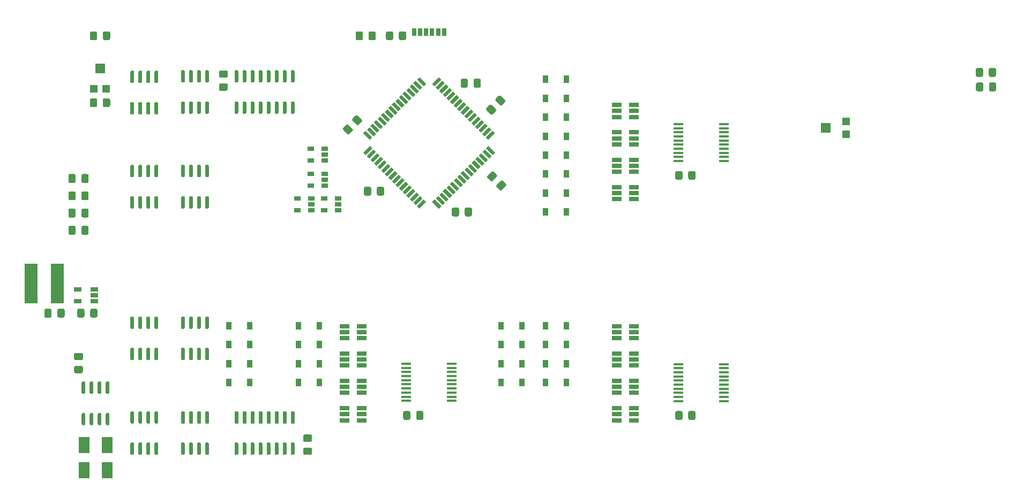
<source format=gbr>
G04 #@! TF.GenerationSoftware,KiCad,Pcbnew,(5.1.6-0-10_14)*
G04 #@! TF.CreationDate,2020-12-21T23:22:52-08:00*
G04 #@! TF.ProjectId,handheld,68616e64-6865-46c6-942e-6b696361645f,rev?*
G04 #@! TF.SameCoordinates,Original*
G04 #@! TF.FileFunction,Paste,Top*
G04 #@! TF.FilePolarity,Positive*
%FSLAX46Y46*%
G04 Gerber Fmt 4.6, Leading zero omitted, Abs format (unit mm)*
G04 Created by KiCad (PCBNEW (5.1.6-0-10_14)) date 2020-12-21 23:22:52*
%MOMM*%
%LPD*%
G01*
G04 APERTURE LIST*
%ADD10R,1.600000X0.370000*%
%ADD11R,1.060000X0.650000*%
%ADD12R,1.800000X2.500000*%
%ADD13R,1.500000X1.600000*%
%ADD14R,1.200000X1.200000*%
%ADD15R,1.600000X1.500000*%
%ADD16R,0.900000X1.200000*%
%ADD17R,0.640000X1.270000*%
%ADD18R,1.560000X0.650000*%
%ADD19R,1.220000X0.650000*%
%ADD20C,0.100000*%
%ADD21R,2.150000X6.300000*%
G04 APERTURE END LIST*
D10*
X148800000Y-123475000D03*
X148800000Y-122825000D03*
X148800000Y-122175000D03*
X148800000Y-121525000D03*
X148800000Y-120875000D03*
X148800000Y-120225000D03*
X148800000Y-119575000D03*
X148800000Y-118925000D03*
X148800000Y-118275000D03*
X148800000Y-117625000D03*
X156000000Y-117625000D03*
X156000000Y-118275000D03*
X156000000Y-118925000D03*
X156000000Y-119575000D03*
X156000000Y-120225000D03*
X156000000Y-120875000D03*
X156000000Y-121525000D03*
X156000000Y-122175000D03*
X156000000Y-122825000D03*
X156000000Y-123475000D03*
X191800000Y-85525000D03*
X191800000Y-84875000D03*
X191800000Y-84225000D03*
X191800000Y-83575000D03*
X191800000Y-82925000D03*
X191800000Y-82275000D03*
X191800000Y-81625000D03*
X191800000Y-80975000D03*
X191800000Y-80325000D03*
X191800000Y-79675000D03*
X199000000Y-79675000D03*
X199000000Y-80325000D03*
X199000000Y-80975000D03*
X199000000Y-81625000D03*
X199000000Y-82275000D03*
X199000000Y-82925000D03*
X199000000Y-83575000D03*
X199000000Y-84225000D03*
X199000000Y-84875000D03*
X199000000Y-85525000D03*
X191800000Y-123525000D03*
X191800000Y-122875000D03*
X191800000Y-122225000D03*
X191800000Y-121575000D03*
X191800000Y-120925000D03*
X191800000Y-120275000D03*
X191800000Y-119625000D03*
X191800000Y-118975000D03*
X191800000Y-118325000D03*
X191800000Y-117675000D03*
X199000000Y-117675000D03*
X199000000Y-118325000D03*
X199000000Y-118975000D03*
X199000000Y-119625000D03*
X199000000Y-120275000D03*
X199000000Y-120925000D03*
X199000000Y-121575000D03*
X199000000Y-122225000D03*
X199000000Y-122875000D03*
X199000000Y-123525000D03*
G36*
G01*
X100850000Y-66150001D02*
X100850000Y-65249999D01*
G75*
G02*
X101099999Y-65000000I249999J0D01*
G01*
X101750001Y-65000000D01*
G75*
G02*
X102000000Y-65249999I0J-249999D01*
G01*
X102000000Y-66150001D01*
G75*
G02*
X101750001Y-66400000I-249999J0D01*
G01*
X101099999Y-66400000D01*
G75*
G02*
X100850000Y-66150001I0J249999D01*
G01*
G37*
G36*
G01*
X98800000Y-66150001D02*
X98800000Y-65249999D01*
G75*
G02*
X99049999Y-65000000I249999J0D01*
G01*
X99700001Y-65000000D01*
G75*
G02*
X99950000Y-65249999I0J-249999D01*
G01*
X99950000Y-66150001D01*
G75*
G02*
X99700001Y-66400000I-249999J0D01*
G01*
X99049999Y-66400000D01*
G75*
G02*
X98800000Y-66150001I0J249999D01*
G01*
G37*
D11*
X131600000Y-93350000D03*
X131600000Y-91450000D03*
X133800000Y-91450000D03*
X133800000Y-92400000D03*
X133800000Y-93350000D03*
X133700000Y-89450000D03*
X133700000Y-87550000D03*
X135900000Y-87550000D03*
X135900000Y-88500000D03*
X135900000Y-89450000D03*
X133700000Y-85450000D03*
X133700000Y-83550000D03*
X135900000Y-83550000D03*
X135900000Y-84500000D03*
X135900000Y-85450000D03*
X135800000Y-93350000D03*
X135800000Y-91450000D03*
X138000000Y-91450000D03*
X138000000Y-92400000D03*
X138000000Y-93350000D03*
G36*
G01*
X96550000Y-93316665D02*
X96550000Y-94216667D01*
G75*
G02*
X96300001Y-94466666I-249999J0D01*
G01*
X95649999Y-94466666D01*
G75*
G02*
X95400000Y-94216667I0J249999D01*
G01*
X95400000Y-93316665D01*
G75*
G02*
X95649999Y-93066666I249999J0D01*
G01*
X96300001Y-93066666D01*
G75*
G02*
X96550000Y-93316665I0J-249999D01*
G01*
G37*
G36*
G01*
X98600000Y-93316665D02*
X98600000Y-94216667D01*
G75*
G02*
X98350001Y-94466666I-249999J0D01*
G01*
X97699999Y-94466666D01*
G75*
G02*
X97450000Y-94216667I0J249999D01*
G01*
X97450000Y-93316665D01*
G75*
G02*
X97699999Y-93066666I249999J0D01*
G01*
X98350001Y-93066666D01*
G75*
G02*
X98600000Y-93316665I0J-249999D01*
G01*
G37*
G36*
G01*
X97450000Y-91483334D02*
X97450000Y-90583332D01*
G75*
G02*
X97699999Y-90333333I249999J0D01*
G01*
X98350001Y-90333333D01*
G75*
G02*
X98600000Y-90583332I0J-249999D01*
G01*
X98600000Y-91483334D01*
G75*
G02*
X98350001Y-91733333I-249999J0D01*
G01*
X97699999Y-91733333D01*
G75*
G02*
X97450000Y-91483334I0J249999D01*
G01*
G37*
G36*
G01*
X95400000Y-91483334D02*
X95400000Y-90583332D01*
G75*
G02*
X95649999Y-90333333I249999J0D01*
G01*
X96300001Y-90333333D01*
G75*
G02*
X96550000Y-90583332I0J-249999D01*
G01*
X96550000Y-91483334D01*
G75*
G02*
X96300001Y-91733333I-249999J0D01*
G01*
X95649999Y-91733333D01*
G75*
G02*
X95400000Y-91483334I0J249999D01*
G01*
G37*
G36*
G01*
X96550000Y-87849999D02*
X96550000Y-88750001D01*
G75*
G02*
X96300001Y-89000000I-249999J0D01*
G01*
X95649999Y-89000000D01*
G75*
G02*
X95400000Y-88750001I0J249999D01*
G01*
X95400000Y-87849999D01*
G75*
G02*
X95649999Y-87600000I249999J0D01*
G01*
X96300001Y-87600000D01*
G75*
G02*
X96550000Y-87849999I0J-249999D01*
G01*
G37*
G36*
G01*
X98600000Y-87849999D02*
X98600000Y-88750001D01*
G75*
G02*
X98350001Y-89000000I-249999J0D01*
G01*
X97699999Y-89000000D01*
G75*
G02*
X97450000Y-88750001I0J249999D01*
G01*
X97450000Y-87849999D01*
G75*
G02*
X97699999Y-87600000I249999J0D01*
G01*
X98350001Y-87600000D01*
G75*
G02*
X98600000Y-87849999I0J-249999D01*
G01*
G37*
G36*
G01*
X96550000Y-96049999D02*
X96550000Y-96950001D01*
G75*
G02*
X96300001Y-97200000I-249999J0D01*
G01*
X95649999Y-97200000D01*
G75*
G02*
X95400000Y-96950001I0J249999D01*
G01*
X95400000Y-96049999D01*
G75*
G02*
X95649999Y-95800000I249999J0D01*
G01*
X96300001Y-95800000D01*
G75*
G02*
X96550000Y-96049999I0J-249999D01*
G01*
G37*
G36*
G01*
X98600000Y-96049999D02*
X98600000Y-96950001D01*
G75*
G02*
X98350001Y-97200000I-249999J0D01*
G01*
X97699999Y-97200000D01*
G75*
G02*
X97450000Y-96950001I0J249999D01*
G01*
X97450000Y-96049999D01*
G75*
G02*
X97699999Y-95800000I249999J0D01*
G01*
X98350001Y-95800000D01*
G75*
G02*
X98600000Y-96049999I0J-249999D01*
G01*
G37*
G36*
G01*
X139663604Y-79799999D02*
X140300001Y-80436396D01*
G75*
G02*
X140300001Y-80789948I-176776J-176776D01*
G01*
X139840380Y-81249569D01*
G75*
G02*
X139486828Y-81249569I-176776J176776D01*
G01*
X138850431Y-80613172D01*
G75*
G02*
X138850431Y-80259620I176776J176776D01*
G01*
X139310052Y-79799999D01*
G75*
G02*
X139663604Y-79799999I176776J-176776D01*
G01*
G37*
G36*
G01*
X141113172Y-78350431D02*
X141749569Y-78986828D01*
G75*
G02*
X141749569Y-79340380I-176776J-176776D01*
G01*
X141289948Y-79800001D01*
G75*
G02*
X140936396Y-79800001I-176776J176776D01*
G01*
X140299999Y-79163604D01*
G75*
G02*
X140299999Y-78810052I176776J176776D01*
G01*
X140759620Y-78350431D01*
G75*
G02*
X141113172Y-78350431I176776J-176776D01*
G01*
G37*
G36*
G01*
X239950000Y-73349999D02*
X239950000Y-74250001D01*
G75*
G02*
X239700001Y-74500000I-249999J0D01*
G01*
X239049999Y-74500000D01*
G75*
G02*
X238800000Y-74250001I0J249999D01*
G01*
X238800000Y-73349999D01*
G75*
G02*
X239049999Y-73100000I249999J0D01*
G01*
X239700001Y-73100000D01*
G75*
G02*
X239950000Y-73349999I0J-249999D01*
G01*
G37*
G36*
G01*
X242000000Y-73349999D02*
X242000000Y-74250001D01*
G75*
G02*
X241750001Y-74500000I-249999J0D01*
G01*
X241099999Y-74500000D01*
G75*
G02*
X240850000Y-74250001I0J249999D01*
G01*
X240850000Y-73349999D01*
G75*
G02*
X241099999Y-73100000I249999J0D01*
G01*
X241750001Y-73100000D01*
G75*
G02*
X242000000Y-73349999I0J-249999D01*
G01*
G37*
G36*
G01*
X143250000Y-89849999D02*
X143250000Y-90750001D01*
G75*
G02*
X143000001Y-91000000I-249999J0D01*
G01*
X142349999Y-91000000D01*
G75*
G02*
X142100000Y-90750001I0J249999D01*
G01*
X142100000Y-89849999D01*
G75*
G02*
X142349999Y-89600000I249999J0D01*
G01*
X143000001Y-89600000D01*
G75*
G02*
X143250000Y-89849999I0J-249999D01*
G01*
G37*
G36*
G01*
X145300000Y-89849999D02*
X145300000Y-90750001D01*
G75*
G02*
X145050001Y-91000000I-249999J0D01*
G01*
X144399999Y-91000000D01*
G75*
G02*
X144150000Y-90750001I0J249999D01*
G01*
X144150000Y-89849999D01*
G75*
G02*
X144399999Y-89600000I249999J0D01*
G01*
X145050001Y-89600000D01*
G75*
G02*
X145300000Y-89849999I0J-249999D01*
G01*
G37*
G36*
G01*
X158025000Y-94050001D02*
X158025000Y-93149999D01*
G75*
G02*
X158274999Y-92900000I249999J0D01*
G01*
X158925001Y-92900000D01*
G75*
G02*
X159175000Y-93149999I0J-249999D01*
G01*
X159175000Y-94050001D01*
G75*
G02*
X158925001Y-94300000I-249999J0D01*
G01*
X158274999Y-94300000D01*
G75*
G02*
X158025000Y-94050001I0J249999D01*
G01*
G37*
G36*
G01*
X155975000Y-94050001D02*
X155975000Y-93149999D01*
G75*
G02*
X156224999Y-92900000I249999J0D01*
G01*
X156875001Y-92900000D01*
G75*
G02*
X157125000Y-93149999I0J-249999D01*
G01*
X157125000Y-94050001D01*
G75*
G02*
X156875001Y-94300000I-249999J0D01*
G01*
X156224999Y-94300000D01*
G75*
G02*
X155975000Y-94050001I0J249999D01*
G01*
G37*
G36*
G01*
X163075215Y-89311612D02*
X163711612Y-88675215D01*
G75*
G02*
X164065164Y-88675215I176776J-176776D01*
G01*
X164524785Y-89134836D01*
G75*
G02*
X164524785Y-89488388I-176776J-176776D01*
G01*
X163888388Y-90124785D01*
G75*
G02*
X163534836Y-90124785I-176776J176776D01*
G01*
X163075215Y-89665164D01*
G75*
G02*
X163075215Y-89311612I176776J176776D01*
G01*
G37*
G36*
G01*
X161625647Y-87862044D02*
X162262044Y-87225647D01*
G75*
G02*
X162615596Y-87225647I176776J-176776D01*
G01*
X163075217Y-87685268D01*
G75*
G02*
X163075217Y-88038820I-176776J-176776D01*
G01*
X162438820Y-88675217D01*
G75*
G02*
X162085268Y-88675217I-176776J176776D01*
G01*
X161625647Y-88215596D01*
G75*
G02*
X161625647Y-87862044I176776J176776D01*
G01*
G37*
D12*
X101500000Y-134500000D03*
X101500000Y-130500000D03*
X97900000Y-134500000D03*
X97900000Y-130500000D03*
G36*
G01*
X130695000Y-130100000D02*
X130995000Y-130100000D01*
G75*
G02*
X131145000Y-130250000I0J-150000D01*
G01*
X131145000Y-131900000D01*
G75*
G02*
X130995000Y-132050000I-150000J0D01*
G01*
X130695000Y-132050000D01*
G75*
G02*
X130545000Y-131900000I0J150000D01*
G01*
X130545000Y-130250000D01*
G75*
G02*
X130695000Y-130100000I150000J0D01*
G01*
G37*
G36*
G01*
X129425000Y-130100000D02*
X129725000Y-130100000D01*
G75*
G02*
X129875000Y-130250000I0J-150000D01*
G01*
X129875000Y-131900000D01*
G75*
G02*
X129725000Y-132050000I-150000J0D01*
G01*
X129425000Y-132050000D01*
G75*
G02*
X129275000Y-131900000I0J150000D01*
G01*
X129275000Y-130250000D01*
G75*
G02*
X129425000Y-130100000I150000J0D01*
G01*
G37*
G36*
G01*
X128155000Y-130100000D02*
X128455000Y-130100000D01*
G75*
G02*
X128605000Y-130250000I0J-150000D01*
G01*
X128605000Y-131900000D01*
G75*
G02*
X128455000Y-132050000I-150000J0D01*
G01*
X128155000Y-132050000D01*
G75*
G02*
X128005000Y-131900000I0J150000D01*
G01*
X128005000Y-130250000D01*
G75*
G02*
X128155000Y-130100000I150000J0D01*
G01*
G37*
G36*
G01*
X126885000Y-130100000D02*
X127185000Y-130100000D01*
G75*
G02*
X127335000Y-130250000I0J-150000D01*
G01*
X127335000Y-131900000D01*
G75*
G02*
X127185000Y-132050000I-150000J0D01*
G01*
X126885000Y-132050000D01*
G75*
G02*
X126735000Y-131900000I0J150000D01*
G01*
X126735000Y-130250000D01*
G75*
G02*
X126885000Y-130100000I150000J0D01*
G01*
G37*
G36*
G01*
X125615000Y-130100000D02*
X125915000Y-130100000D01*
G75*
G02*
X126065000Y-130250000I0J-150000D01*
G01*
X126065000Y-131900000D01*
G75*
G02*
X125915000Y-132050000I-150000J0D01*
G01*
X125615000Y-132050000D01*
G75*
G02*
X125465000Y-131900000I0J150000D01*
G01*
X125465000Y-130250000D01*
G75*
G02*
X125615000Y-130100000I150000J0D01*
G01*
G37*
G36*
G01*
X124345000Y-130100000D02*
X124645000Y-130100000D01*
G75*
G02*
X124795000Y-130250000I0J-150000D01*
G01*
X124795000Y-131900000D01*
G75*
G02*
X124645000Y-132050000I-150000J0D01*
G01*
X124345000Y-132050000D01*
G75*
G02*
X124195000Y-131900000I0J150000D01*
G01*
X124195000Y-130250000D01*
G75*
G02*
X124345000Y-130100000I150000J0D01*
G01*
G37*
G36*
G01*
X123075000Y-130100000D02*
X123375000Y-130100000D01*
G75*
G02*
X123525000Y-130250000I0J-150000D01*
G01*
X123525000Y-131900000D01*
G75*
G02*
X123375000Y-132050000I-150000J0D01*
G01*
X123075000Y-132050000D01*
G75*
G02*
X122925000Y-131900000I0J150000D01*
G01*
X122925000Y-130250000D01*
G75*
G02*
X123075000Y-130100000I150000J0D01*
G01*
G37*
G36*
G01*
X121805000Y-130100000D02*
X122105000Y-130100000D01*
G75*
G02*
X122255000Y-130250000I0J-150000D01*
G01*
X122255000Y-131900000D01*
G75*
G02*
X122105000Y-132050000I-150000J0D01*
G01*
X121805000Y-132050000D01*
G75*
G02*
X121655000Y-131900000I0J150000D01*
G01*
X121655000Y-130250000D01*
G75*
G02*
X121805000Y-130100000I150000J0D01*
G01*
G37*
G36*
G01*
X121805000Y-125150000D02*
X122105000Y-125150000D01*
G75*
G02*
X122255000Y-125300000I0J-150000D01*
G01*
X122255000Y-126950000D01*
G75*
G02*
X122105000Y-127100000I-150000J0D01*
G01*
X121805000Y-127100000D01*
G75*
G02*
X121655000Y-126950000I0J150000D01*
G01*
X121655000Y-125300000D01*
G75*
G02*
X121805000Y-125150000I150000J0D01*
G01*
G37*
G36*
G01*
X123075000Y-125150000D02*
X123375000Y-125150000D01*
G75*
G02*
X123525000Y-125300000I0J-150000D01*
G01*
X123525000Y-126950000D01*
G75*
G02*
X123375000Y-127100000I-150000J0D01*
G01*
X123075000Y-127100000D01*
G75*
G02*
X122925000Y-126950000I0J150000D01*
G01*
X122925000Y-125300000D01*
G75*
G02*
X123075000Y-125150000I150000J0D01*
G01*
G37*
G36*
G01*
X124345000Y-125150000D02*
X124645000Y-125150000D01*
G75*
G02*
X124795000Y-125300000I0J-150000D01*
G01*
X124795000Y-126950000D01*
G75*
G02*
X124645000Y-127100000I-150000J0D01*
G01*
X124345000Y-127100000D01*
G75*
G02*
X124195000Y-126950000I0J150000D01*
G01*
X124195000Y-125300000D01*
G75*
G02*
X124345000Y-125150000I150000J0D01*
G01*
G37*
G36*
G01*
X125615000Y-125150000D02*
X125915000Y-125150000D01*
G75*
G02*
X126065000Y-125300000I0J-150000D01*
G01*
X126065000Y-126950000D01*
G75*
G02*
X125915000Y-127100000I-150000J0D01*
G01*
X125615000Y-127100000D01*
G75*
G02*
X125465000Y-126950000I0J150000D01*
G01*
X125465000Y-125300000D01*
G75*
G02*
X125615000Y-125150000I150000J0D01*
G01*
G37*
G36*
G01*
X126885000Y-125150000D02*
X127185000Y-125150000D01*
G75*
G02*
X127335000Y-125300000I0J-150000D01*
G01*
X127335000Y-126950000D01*
G75*
G02*
X127185000Y-127100000I-150000J0D01*
G01*
X126885000Y-127100000D01*
G75*
G02*
X126735000Y-126950000I0J150000D01*
G01*
X126735000Y-125300000D01*
G75*
G02*
X126885000Y-125150000I150000J0D01*
G01*
G37*
G36*
G01*
X128155000Y-125150000D02*
X128455000Y-125150000D01*
G75*
G02*
X128605000Y-125300000I0J-150000D01*
G01*
X128605000Y-126950000D01*
G75*
G02*
X128455000Y-127100000I-150000J0D01*
G01*
X128155000Y-127100000D01*
G75*
G02*
X128005000Y-126950000I0J150000D01*
G01*
X128005000Y-125300000D01*
G75*
G02*
X128155000Y-125150000I150000J0D01*
G01*
G37*
G36*
G01*
X129425000Y-125150000D02*
X129725000Y-125150000D01*
G75*
G02*
X129875000Y-125300000I0J-150000D01*
G01*
X129875000Y-126950000D01*
G75*
G02*
X129725000Y-127100000I-150000J0D01*
G01*
X129425000Y-127100000D01*
G75*
G02*
X129275000Y-126950000I0J150000D01*
G01*
X129275000Y-125300000D01*
G75*
G02*
X129425000Y-125150000I150000J0D01*
G01*
G37*
G36*
G01*
X130695000Y-125150000D02*
X130995000Y-125150000D01*
G75*
G02*
X131145000Y-125300000I0J-150000D01*
G01*
X131145000Y-126950000D01*
G75*
G02*
X130995000Y-127100000I-150000J0D01*
G01*
X130695000Y-127100000D01*
G75*
G02*
X130545000Y-126950000I0J150000D01*
G01*
X130545000Y-125300000D01*
G75*
G02*
X130695000Y-125150000I150000J0D01*
G01*
G37*
G36*
G01*
X113645000Y-73100000D02*
X113345000Y-73100000D01*
G75*
G02*
X113195000Y-72950000I0J150000D01*
G01*
X113195000Y-71300000D01*
G75*
G02*
X113345000Y-71150000I150000J0D01*
G01*
X113645000Y-71150000D01*
G75*
G02*
X113795000Y-71300000I0J-150000D01*
G01*
X113795000Y-72950000D01*
G75*
G02*
X113645000Y-73100000I-150000J0D01*
G01*
G37*
G36*
G01*
X114915000Y-73100000D02*
X114615000Y-73100000D01*
G75*
G02*
X114465000Y-72950000I0J150000D01*
G01*
X114465000Y-71300000D01*
G75*
G02*
X114615000Y-71150000I150000J0D01*
G01*
X114915000Y-71150000D01*
G75*
G02*
X115065000Y-71300000I0J-150000D01*
G01*
X115065000Y-72950000D01*
G75*
G02*
X114915000Y-73100000I-150000J0D01*
G01*
G37*
G36*
G01*
X116185000Y-73100000D02*
X115885000Y-73100000D01*
G75*
G02*
X115735000Y-72950000I0J150000D01*
G01*
X115735000Y-71300000D01*
G75*
G02*
X115885000Y-71150000I150000J0D01*
G01*
X116185000Y-71150000D01*
G75*
G02*
X116335000Y-71300000I0J-150000D01*
G01*
X116335000Y-72950000D01*
G75*
G02*
X116185000Y-73100000I-150000J0D01*
G01*
G37*
G36*
G01*
X117455000Y-73100000D02*
X117155000Y-73100000D01*
G75*
G02*
X117005000Y-72950000I0J150000D01*
G01*
X117005000Y-71300000D01*
G75*
G02*
X117155000Y-71150000I150000J0D01*
G01*
X117455000Y-71150000D01*
G75*
G02*
X117605000Y-71300000I0J-150000D01*
G01*
X117605000Y-72950000D01*
G75*
G02*
X117455000Y-73100000I-150000J0D01*
G01*
G37*
G36*
G01*
X117455000Y-78050000D02*
X117155000Y-78050000D01*
G75*
G02*
X117005000Y-77900000I0J150000D01*
G01*
X117005000Y-76250000D01*
G75*
G02*
X117155000Y-76100000I150000J0D01*
G01*
X117455000Y-76100000D01*
G75*
G02*
X117605000Y-76250000I0J-150000D01*
G01*
X117605000Y-77900000D01*
G75*
G02*
X117455000Y-78050000I-150000J0D01*
G01*
G37*
G36*
G01*
X116185000Y-78050000D02*
X115885000Y-78050000D01*
G75*
G02*
X115735000Y-77900000I0J150000D01*
G01*
X115735000Y-76250000D01*
G75*
G02*
X115885000Y-76100000I150000J0D01*
G01*
X116185000Y-76100000D01*
G75*
G02*
X116335000Y-76250000I0J-150000D01*
G01*
X116335000Y-77900000D01*
G75*
G02*
X116185000Y-78050000I-150000J0D01*
G01*
G37*
G36*
G01*
X114915000Y-78050000D02*
X114615000Y-78050000D01*
G75*
G02*
X114465000Y-77900000I0J150000D01*
G01*
X114465000Y-76250000D01*
G75*
G02*
X114615000Y-76100000I150000J0D01*
G01*
X114915000Y-76100000D01*
G75*
G02*
X115065000Y-76250000I0J-150000D01*
G01*
X115065000Y-77900000D01*
G75*
G02*
X114915000Y-78050000I-150000J0D01*
G01*
G37*
G36*
G01*
X113645000Y-78050000D02*
X113345000Y-78050000D01*
G75*
G02*
X113195000Y-77900000I0J150000D01*
G01*
X113195000Y-76250000D01*
G75*
G02*
X113345000Y-76100000I150000J0D01*
G01*
X113645000Y-76100000D01*
G75*
G02*
X113795000Y-76250000I0J-150000D01*
G01*
X113795000Y-77900000D01*
G75*
G02*
X113645000Y-78050000I-150000J0D01*
G01*
G37*
G36*
G01*
X105645000Y-73200000D02*
X105345000Y-73200000D01*
G75*
G02*
X105195000Y-73050000I0J150000D01*
G01*
X105195000Y-71400000D01*
G75*
G02*
X105345000Y-71250000I150000J0D01*
G01*
X105645000Y-71250000D01*
G75*
G02*
X105795000Y-71400000I0J-150000D01*
G01*
X105795000Y-73050000D01*
G75*
G02*
X105645000Y-73200000I-150000J0D01*
G01*
G37*
G36*
G01*
X106915000Y-73200000D02*
X106615000Y-73200000D01*
G75*
G02*
X106465000Y-73050000I0J150000D01*
G01*
X106465000Y-71400000D01*
G75*
G02*
X106615000Y-71250000I150000J0D01*
G01*
X106915000Y-71250000D01*
G75*
G02*
X107065000Y-71400000I0J-150000D01*
G01*
X107065000Y-73050000D01*
G75*
G02*
X106915000Y-73200000I-150000J0D01*
G01*
G37*
G36*
G01*
X108185000Y-73200000D02*
X107885000Y-73200000D01*
G75*
G02*
X107735000Y-73050000I0J150000D01*
G01*
X107735000Y-71400000D01*
G75*
G02*
X107885000Y-71250000I150000J0D01*
G01*
X108185000Y-71250000D01*
G75*
G02*
X108335000Y-71400000I0J-150000D01*
G01*
X108335000Y-73050000D01*
G75*
G02*
X108185000Y-73200000I-150000J0D01*
G01*
G37*
G36*
G01*
X109455000Y-73200000D02*
X109155000Y-73200000D01*
G75*
G02*
X109005000Y-73050000I0J150000D01*
G01*
X109005000Y-71400000D01*
G75*
G02*
X109155000Y-71250000I150000J0D01*
G01*
X109455000Y-71250000D01*
G75*
G02*
X109605000Y-71400000I0J-150000D01*
G01*
X109605000Y-73050000D01*
G75*
G02*
X109455000Y-73200000I-150000J0D01*
G01*
G37*
G36*
G01*
X109455000Y-78150000D02*
X109155000Y-78150000D01*
G75*
G02*
X109005000Y-78000000I0J150000D01*
G01*
X109005000Y-76350000D01*
G75*
G02*
X109155000Y-76200000I150000J0D01*
G01*
X109455000Y-76200000D01*
G75*
G02*
X109605000Y-76350000I0J-150000D01*
G01*
X109605000Y-78000000D01*
G75*
G02*
X109455000Y-78150000I-150000J0D01*
G01*
G37*
G36*
G01*
X108185000Y-78150000D02*
X107885000Y-78150000D01*
G75*
G02*
X107735000Y-78000000I0J150000D01*
G01*
X107735000Y-76350000D01*
G75*
G02*
X107885000Y-76200000I150000J0D01*
G01*
X108185000Y-76200000D01*
G75*
G02*
X108335000Y-76350000I0J-150000D01*
G01*
X108335000Y-78000000D01*
G75*
G02*
X108185000Y-78150000I-150000J0D01*
G01*
G37*
G36*
G01*
X106915000Y-78150000D02*
X106615000Y-78150000D01*
G75*
G02*
X106465000Y-78000000I0J150000D01*
G01*
X106465000Y-76350000D01*
G75*
G02*
X106615000Y-76200000I150000J0D01*
G01*
X106915000Y-76200000D01*
G75*
G02*
X107065000Y-76350000I0J-150000D01*
G01*
X107065000Y-78000000D01*
G75*
G02*
X106915000Y-78150000I-150000J0D01*
G01*
G37*
G36*
G01*
X105645000Y-78150000D02*
X105345000Y-78150000D01*
G75*
G02*
X105195000Y-78000000I0J150000D01*
G01*
X105195000Y-76350000D01*
G75*
G02*
X105345000Y-76200000I150000J0D01*
G01*
X105645000Y-76200000D01*
G75*
G02*
X105795000Y-76350000I0J-150000D01*
G01*
X105795000Y-78000000D01*
G75*
G02*
X105645000Y-78150000I-150000J0D01*
G01*
G37*
G36*
G01*
X109155000Y-91100000D02*
X109455000Y-91100000D01*
G75*
G02*
X109605000Y-91250000I0J-150000D01*
G01*
X109605000Y-92900000D01*
G75*
G02*
X109455000Y-93050000I-150000J0D01*
G01*
X109155000Y-93050000D01*
G75*
G02*
X109005000Y-92900000I0J150000D01*
G01*
X109005000Y-91250000D01*
G75*
G02*
X109155000Y-91100000I150000J0D01*
G01*
G37*
G36*
G01*
X107885000Y-91100000D02*
X108185000Y-91100000D01*
G75*
G02*
X108335000Y-91250000I0J-150000D01*
G01*
X108335000Y-92900000D01*
G75*
G02*
X108185000Y-93050000I-150000J0D01*
G01*
X107885000Y-93050000D01*
G75*
G02*
X107735000Y-92900000I0J150000D01*
G01*
X107735000Y-91250000D01*
G75*
G02*
X107885000Y-91100000I150000J0D01*
G01*
G37*
G36*
G01*
X106615000Y-91100000D02*
X106915000Y-91100000D01*
G75*
G02*
X107065000Y-91250000I0J-150000D01*
G01*
X107065000Y-92900000D01*
G75*
G02*
X106915000Y-93050000I-150000J0D01*
G01*
X106615000Y-93050000D01*
G75*
G02*
X106465000Y-92900000I0J150000D01*
G01*
X106465000Y-91250000D01*
G75*
G02*
X106615000Y-91100000I150000J0D01*
G01*
G37*
G36*
G01*
X105345000Y-91100000D02*
X105645000Y-91100000D01*
G75*
G02*
X105795000Y-91250000I0J-150000D01*
G01*
X105795000Y-92900000D01*
G75*
G02*
X105645000Y-93050000I-150000J0D01*
G01*
X105345000Y-93050000D01*
G75*
G02*
X105195000Y-92900000I0J150000D01*
G01*
X105195000Y-91250000D01*
G75*
G02*
X105345000Y-91100000I150000J0D01*
G01*
G37*
G36*
G01*
X105345000Y-86150000D02*
X105645000Y-86150000D01*
G75*
G02*
X105795000Y-86300000I0J-150000D01*
G01*
X105795000Y-87950000D01*
G75*
G02*
X105645000Y-88100000I-150000J0D01*
G01*
X105345000Y-88100000D01*
G75*
G02*
X105195000Y-87950000I0J150000D01*
G01*
X105195000Y-86300000D01*
G75*
G02*
X105345000Y-86150000I150000J0D01*
G01*
G37*
G36*
G01*
X106615000Y-86150000D02*
X106915000Y-86150000D01*
G75*
G02*
X107065000Y-86300000I0J-150000D01*
G01*
X107065000Y-87950000D01*
G75*
G02*
X106915000Y-88100000I-150000J0D01*
G01*
X106615000Y-88100000D01*
G75*
G02*
X106465000Y-87950000I0J150000D01*
G01*
X106465000Y-86300000D01*
G75*
G02*
X106615000Y-86150000I150000J0D01*
G01*
G37*
G36*
G01*
X107885000Y-86150000D02*
X108185000Y-86150000D01*
G75*
G02*
X108335000Y-86300000I0J-150000D01*
G01*
X108335000Y-87950000D01*
G75*
G02*
X108185000Y-88100000I-150000J0D01*
G01*
X107885000Y-88100000D01*
G75*
G02*
X107735000Y-87950000I0J150000D01*
G01*
X107735000Y-86300000D01*
G75*
G02*
X107885000Y-86150000I150000J0D01*
G01*
G37*
G36*
G01*
X109155000Y-86150000D02*
X109455000Y-86150000D01*
G75*
G02*
X109605000Y-86300000I0J-150000D01*
G01*
X109605000Y-87950000D01*
G75*
G02*
X109455000Y-88100000I-150000J0D01*
G01*
X109155000Y-88100000D01*
G75*
G02*
X109005000Y-87950000I0J150000D01*
G01*
X109005000Y-86300000D01*
G75*
G02*
X109155000Y-86150000I150000J0D01*
G01*
G37*
G36*
G01*
X117155000Y-91100000D02*
X117455000Y-91100000D01*
G75*
G02*
X117605000Y-91250000I0J-150000D01*
G01*
X117605000Y-92900000D01*
G75*
G02*
X117455000Y-93050000I-150000J0D01*
G01*
X117155000Y-93050000D01*
G75*
G02*
X117005000Y-92900000I0J150000D01*
G01*
X117005000Y-91250000D01*
G75*
G02*
X117155000Y-91100000I150000J0D01*
G01*
G37*
G36*
G01*
X115885000Y-91100000D02*
X116185000Y-91100000D01*
G75*
G02*
X116335000Y-91250000I0J-150000D01*
G01*
X116335000Y-92900000D01*
G75*
G02*
X116185000Y-93050000I-150000J0D01*
G01*
X115885000Y-93050000D01*
G75*
G02*
X115735000Y-92900000I0J150000D01*
G01*
X115735000Y-91250000D01*
G75*
G02*
X115885000Y-91100000I150000J0D01*
G01*
G37*
G36*
G01*
X114615000Y-91100000D02*
X114915000Y-91100000D01*
G75*
G02*
X115065000Y-91250000I0J-150000D01*
G01*
X115065000Y-92900000D01*
G75*
G02*
X114915000Y-93050000I-150000J0D01*
G01*
X114615000Y-93050000D01*
G75*
G02*
X114465000Y-92900000I0J150000D01*
G01*
X114465000Y-91250000D01*
G75*
G02*
X114615000Y-91100000I150000J0D01*
G01*
G37*
G36*
G01*
X113345000Y-91100000D02*
X113645000Y-91100000D01*
G75*
G02*
X113795000Y-91250000I0J-150000D01*
G01*
X113795000Y-92900000D01*
G75*
G02*
X113645000Y-93050000I-150000J0D01*
G01*
X113345000Y-93050000D01*
G75*
G02*
X113195000Y-92900000I0J150000D01*
G01*
X113195000Y-91250000D01*
G75*
G02*
X113345000Y-91100000I150000J0D01*
G01*
G37*
G36*
G01*
X113345000Y-86150000D02*
X113645000Y-86150000D01*
G75*
G02*
X113795000Y-86300000I0J-150000D01*
G01*
X113795000Y-87950000D01*
G75*
G02*
X113645000Y-88100000I-150000J0D01*
G01*
X113345000Y-88100000D01*
G75*
G02*
X113195000Y-87950000I0J150000D01*
G01*
X113195000Y-86300000D01*
G75*
G02*
X113345000Y-86150000I150000J0D01*
G01*
G37*
G36*
G01*
X114615000Y-86150000D02*
X114915000Y-86150000D01*
G75*
G02*
X115065000Y-86300000I0J-150000D01*
G01*
X115065000Y-87950000D01*
G75*
G02*
X114915000Y-88100000I-150000J0D01*
G01*
X114615000Y-88100000D01*
G75*
G02*
X114465000Y-87950000I0J150000D01*
G01*
X114465000Y-86300000D01*
G75*
G02*
X114615000Y-86150000I150000J0D01*
G01*
G37*
G36*
G01*
X115885000Y-86150000D02*
X116185000Y-86150000D01*
G75*
G02*
X116335000Y-86300000I0J-150000D01*
G01*
X116335000Y-87950000D01*
G75*
G02*
X116185000Y-88100000I-150000J0D01*
G01*
X115885000Y-88100000D01*
G75*
G02*
X115735000Y-87950000I0J150000D01*
G01*
X115735000Y-86300000D01*
G75*
G02*
X115885000Y-86150000I150000J0D01*
G01*
G37*
G36*
G01*
X117155000Y-86150000D02*
X117455000Y-86150000D01*
G75*
G02*
X117605000Y-86300000I0J-150000D01*
G01*
X117605000Y-87950000D01*
G75*
G02*
X117455000Y-88100000I-150000J0D01*
G01*
X117155000Y-88100000D01*
G75*
G02*
X117005000Y-87950000I0J150000D01*
G01*
X117005000Y-86300000D01*
G75*
G02*
X117155000Y-86150000I150000J0D01*
G01*
G37*
G36*
G01*
X105645000Y-112100000D02*
X105345000Y-112100000D01*
G75*
G02*
X105195000Y-111950000I0J150000D01*
G01*
X105195000Y-110300000D01*
G75*
G02*
X105345000Y-110150000I150000J0D01*
G01*
X105645000Y-110150000D01*
G75*
G02*
X105795000Y-110300000I0J-150000D01*
G01*
X105795000Y-111950000D01*
G75*
G02*
X105645000Y-112100000I-150000J0D01*
G01*
G37*
G36*
G01*
X106915000Y-112100000D02*
X106615000Y-112100000D01*
G75*
G02*
X106465000Y-111950000I0J150000D01*
G01*
X106465000Y-110300000D01*
G75*
G02*
X106615000Y-110150000I150000J0D01*
G01*
X106915000Y-110150000D01*
G75*
G02*
X107065000Y-110300000I0J-150000D01*
G01*
X107065000Y-111950000D01*
G75*
G02*
X106915000Y-112100000I-150000J0D01*
G01*
G37*
G36*
G01*
X108185000Y-112100000D02*
X107885000Y-112100000D01*
G75*
G02*
X107735000Y-111950000I0J150000D01*
G01*
X107735000Y-110300000D01*
G75*
G02*
X107885000Y-110150000I150000J0D01*
G01*
X108185000Y-110150000D01*
G75*
G02*
X108335000Y-110300000I0J-150000D01*
G01*
X108335000Y-111950000D01*
G75*
G02*
X108185000Y-112100000I-150000J0D01*
G01*
G37*
G36*
G01*
X109455000Y-112100000D02*
X109155000Y-112100000D01*
G75*
G02*
X109005000Y-111950000I0J150000D01*
G01*
X109005000Y-110300000D01*
G75*
G02*
X109155000Y-110150000I150000J0D01*
G01*
X109455000Y-110150000D01*
G75*
G02*
X109605000Y-110300000I0J-150000D01*
G01*
X109605000Y-111950000D01*
G75*
G02*
X109455000Y-112100000I-150000J0D01*
G01*
G37*
G36*
G01*
X109455000Y-117050000D02*
X109155000Y-117050000D01*
G75*
G02*
X109005000Y-116900000I0J150000D01*
G01*
X109005000Y-115250000D01*
G75*
G02*
X109155000Y-115100000I150000J0D01*
G01*
X109455000Y-115100000D01*
G75*
G02*
X109605000Y-115250000I0J-150000D01*
G01*
X109605000Y-116900000D01*
G75*
G02*
X109455000Y-117050000I-150000J0D01*
G01*
G37*
G36*
G01*
X108185000Y-117050000D02*
X107885000Y-117050000D01*
G75*
G02*
X107735000Y-116900000I0J150000D01*
G01*
X107735000Y-115250000D01*
G75*
G02*
X107885000Y-115100000I150000J0D01*
G01*
X108185000Y-115100000D01*
G75*
G02*
X108335000Y-115250000I0J-150000D01*
G01*
X108335000Y-116900000D01*
G75*
G02*
X108185000Y-117050000I-150000J0D01*
G01*
G37*
G36*
G01*
X106915000Y-117050000D02*
X106615000Y-117050000D01*
G75*
G02*
X106465000Y-116900000I0J150000D01*
G01*
X106465000Y-115250000D01*
G75*
G02*
X106615000Y-115100000I150000J0D01*
G01*
X106915000Y-115100000D01*
G75*
G02*
X107065000Y-115250000I0J-150000D01*
G01*
X107065000Y-116900000D01*
G75*
G02*
X106915000Y-117050000I-150000J0D01*
G01*
G37*
G36*
G01*
X105645000Y-117050000D02*
X105345000Y-117050000D01*
G75*
G02*
X105195000Y-116900000I0J150000D01*
G01*
X105195000Y-115250000D01*
G75*
G02*
X105345000Y-115100000I150000J0D01*
G01*
X105645000Y-115100000D01*
G75*
G02*
X105795000Y-115250000I0J-150000D01*
G01*
X105795000Y-116900000D01*
G75*
G02*
X105645000Y-117050000I-150000J0D01*
G01*
G37*
G36*
G01*
X113645000Y-112100000D02*
X113345000Y-112100000D01*
G75*
G02*
X113195000Y-111950000I0J150000D01*
G01*
X113195000Y-110300000D01*
G75*
G02*
X113345000Y-110150000I150000J0D01*
G01*
X113645000Y-110150000D01*
G75*
G02*
X113795000Y-110300000I0J-150000D01*
G01*
X113795000Y-111950000D01*
G75*
G02*
X113645000Y-112100000I-150000J0D01*
G01*
G37*
G36*
G01*
X114915000Y-112100000D02*
X114615000Y-112100000D01*
G75*
G02*
X114465000Y-111950000I0J150000D01*
G01*
X114465000Y-110300000D01*
G75*
G02*
X114615000Y-110150000I150000J0D01*
G01*
X114915000Y-110150000D01*
G75*
G02*
X115065000Y-110300000I0J-150000D01*
G01*
X115065000Y-111950000D01*
G75*
G02*
X114915000Y-112100000I-150000J0D01*
G01*
G37*
G36*
G01*
X116185000Y-112100000D02*
X115885000Y-112100000D01*
G75*
G02*
X115735000Y-111950000I0J150000D01*
G01*
X115735000Y-110300000D01*
G75*
G02*
X115885000Y-110150000I150000J0D01*
G01*
X116185000Y-110150000D01*
G75*
G02*
X116335000Y-110300000I0J-150000D01*
G01*
X116335000Y-111950000D01*
G75*
G02*
X116185000Y-112100000I-150000J0D01*
G01*
G37*
G36*
G01*
X117455000Y-112100000D02*
X117155000Y-112100000D01*
G75*
G02*
X117005000Y-111950000I0J150000D01*
G01*
X117005000Y-110300000D01*
G75*
G02*
X117155000Y-110150000I150000J0D01*
G01*
X117455000Y-110150000D01*
G75*
G02*
X117605000Y-110300000I0J-150000D01*
G01*
X117605000Y-111950000D01*
G75*
G02*
X117455000Y-112100000I-150000J0D01*
G01*
G37*
G36*
G01*
X117455000Y-117050000D02*
X117155000Y-117050000D01*
G75*
G02*
X117005000Y-116900000I0J150000D01*
G01*
X117005000Y-115250000D01*
G75*
G02*
X117155000Y-115100000I150000J0D01*
G01*
X117455000Y-115100000D01*
G75*
G02*
X117605000Y-115250000I0J-150000D01*
G01*
X117605000Y-116900000D01*
G75*
G02*
X117455000Y-117050000I-150000J0D01*
G01*
G37*
G36*
G01*
X116185000Y-117050000D02*
X115885000Y-117050000D01*
G75*
G02*
X115735000Y-116900000I0J150000D01*
G01*
X115735000Y-115250000D01*
G75*
G02*
X115885000Y-115100000I150000J0D01*
G01*
X116185000Y-115100000D01*
G75*
G02*
X116335000Y-115250000I0J-150000D01*
G01*
X116335000Y-116900000D01*
G75*
G02*
X116185000Y-117050000I-150000J0D01*
G01*
G37*
G36*
G01*
X114915000Y-117050000D02*
X114615000Y-117050000D01*
G75*
G02*
X114465000Y-116900000I0J150000D01*
G01*
X114465000Y-115250000D01*
G75*
G02*
X114615000Y-115100000I150000J0D01*
G01*
X114915000Y-115100000D01*
G75*
G02*
X115065000Y-115250000I0J-150000D01*
G01*
X115065000Y-116900000D01*
G75*
G02*
X114915000Y-117050000I-150000J0D01*
G01*
G37*
G36*
G01*
X113645000Y-117050000D02*
X113345000Y-117050000D01*
G75*
G02*
X113195000Y-116900000I0J150000D01*
G01*
X113195000Y-115250000D01*
G75*
G02*
X113345000Y-115100000I150000J0D01*
G01*
X113645000Y-115100000D01*
G75*
G02*
X113795000Y-115250000I0J-150000D01*
G01*
X113795000Y-116900000D01*
G75*
G02*
X113645000Y-117050000I-150000J0D01*
G01*
G37*
G36*
G01*
X117155000Y-130100000D02*
X117455000Y-130100000D01*
G75*
G02*
X117605000Y-130250000I0J-150000D01*
G01*
X117605000Y-131900000D01*
G75*
G02*
X117455000Y-132050000I-150000J0D01*
G01*
X117155000Y-132050000D01*
G75*
G02*
X117005000Y-131900000I0J150000D01*
G01*
X117005000Y-130250000D01*
G75*
G02*
X117155000Y-130100000I150000J0D01*
G01*
G37*
G36*
G01*
X115885000Y-130100000D02*
X116185000Y-130100000D01*
G75*
G02*
X116335000Y-130250000I0J-150000D01*
G01*
X116335000Y-131900000D01*
G75*
G02*
X116185000Y-132050000I-150000J0D01*
G01*
X115885000Y-132050000D01*
G75*
G02*
X115735000Y-131900000I0J150000D01*
G01*
X115735000Y-130250000D01*
G75*
G02*
X115885000Y-130100000I150000J0D01*
G01*
G37*
G36*
G01*
X114615000Y-130100000D02*
X114915000Y-130100000D01*
G75*
G02*
X115065000Y-130250000I0J-150000D01*
G01*
X115065000Y-131900000D01*
G75*
G02*
X114915000Y-132050000I-150000J0D01*
G01*
X114615000Y-132050000D01*
G75*
G02*
X114465000Y-131900000I0J150000D01*
G01*
X114465000Y-130250000D01*
G75*
G02*
X114615000Y-130100000I150000J0D01*
G01*
G37*
G36*
G01*
X113345000Y-130100000D02*
X113645000Y-130100000D01*
G75*
G02*
X113795000Y-130250000I0J-150000D01*
G01*
X113795000Y-131900000D01*
G75*
G02*
X113645000Y-132050000I-150000J0D01*
G01*
X113345000Y-132050000D01*
G75*
G02*
X113195000Y-131900000I0J150000D01*
G01*
X113195000Y-130250000D01*
G75*
G02*
X113345000Y-130100000I150000J0D01*
G01*
G37*
G36*
G01*
X113345000Y-125150000D02*
X113645000Y-125150000D01*
G75*
G02*
X113795000Y-125300000I0J-150000D01*
G01*
X113795000Y-126950000D01*
G75*
G02*
X113645000Y-127100000I-150000J0D01*
G01*
X113345000Y-127100000D01*
G75*
G02*
X113195000Y-126950000I0J150000D01*
G01*
X113195000Y-125300000D01*
G75*
G02*
X113345000Y-125150000I150000J0D01*
G01*
G37*
G36*
G01*
X114615000Y-125150000D02*
X114915000Y-125150000D01*
G75*
G02*
X115065000Y-125300000I0J-150000D01*
G01*
X115065000Y-126950000D01*
G75*
G02*
X114915000Y-127100000I-150000J0D01*
G01*
X114615000Y-127100000D01*
G75*
G02*
X114465000Y-126950000I0J150000D01*
G01*
X114465000Y-125300000D01*
G75*
G02*
X114615000Y-125150000I150000J0D01*
G01*
G37*
G36*
G01*
X115885000Y-125150000D02*
X116185000Y-125150000D01*
G75*
G02*
X116335000Y-125300000I0J-150000D01*
G01*
X116335000Y-126950000D01*
G75*
G02*
X116185000Y-127100000I-150000J0D01*
G01*
X115885000Y-127100000D01*
G75*
G02*
X115735000Y-126950000I0J150000D01*
G01*
X115735000Y-125300000D01*
G75*
G02*
X115885000Y-125150000I150000J0D01*
G01*
G37*
G36*
G01*
X117155000Y-125150000D02*
X117455000Y-125150000D01*
G75*
G02*
X117605000Y-125300000I0J-150000D01*
G01*
X117605000Y-126950000D01*
G75*
G02*
X117455000Y-127100000I-150000J0D01*
G01*
X117155000Y-127100000D01*
G75*
G02*
X117005000Y-126950000I0J150000D01*
G01*
X117005000Y-125300000D01*
G75*
G02*
X117155000Y-125150000I150000J0D01*
G01*
G37*
G36*
G01*
X109155000Y-130100000D02*
X109455000Y-130100000D01*
G75*
G02*
X109605000Y-130250000I0J-150000D01*
G01*
X109605000Y-131900000D01*
G75*
G02*
X109455000Y-132050000I-150000J0D01*
G01*
X109155000Y-132050000D01*
G75*
G02*
X109005000Y-131900000I0J150000D01*
G01*
X109005000Y-130250000D01*
G75*
G02*
X109155000Y-130100000I150000J0D01*
G01*
G37*
G36*
G01*
X107885000Y-130100000D02*
X108185000Y-130100000D01*
G75*
G02*
X108335000Y-130250000I0J-150000D01*
G01*
X108335000Y-131900000D01*
G75*
G02*
X108185000Y-132050000I-150000J0D01*
G01*
X107885000Y-132050000D01*
G75*
G02*
X107735000Y-131900000I0J150000D01*
G01*
X107735000Y-130250000D01*
G75*
G02*
X107885000Y-130100000I150000J0D01*
G01*
G37*
G36*
G01*
X106615000Y-130100000D02*
X106915000Y-130100000D01*
G75*
G02*
X107065000Y-130250000I0J-150000D01*
G01*
X107065000Y-131900000D01*
G75*
G02*
X106915000Y-132050000I-150000J0D01*
G01*
X106615000Y-132050000D01*
G75*
G02*
X106465000Y-131900000I0J150000D01*
G01*
X106465000Y-130250000D01*
G75*
G02*
X106615000Y-130100000I150000J0D01*
G01*
G37*
G36*
G01*
X105345000Y-130100000D02*
X105645000Y-130100000D01*
G75*
G02*
X105795000Y-130250000I0J-150000D01*
G01*
X105795000Y-131900000D01*
G75*
G02*
X105645000Y-132050000I-150000J0D01*
G01*
X105345000Y-132050000D01*
G75*
G02*
X105195000Y-131900000I0J150000D01*
G01*
X105195000Y-130250000D01*
G75*
G02*
X105345000Y-130100000I150000J0D01*
G01*
G37*
G36*
G01*
X105345000Y-125150000D02*
X105645000Y-125150000D01*
G75*
G02*
X105795000Y-125300000I0J-150000D01*
G01*
X105795000Y-126950000D01*
G75*
G02*
X105645000Y-127100000I-150000J0D01*
G01*
X105345000Y-127100000D01*
G75*
G02*
X105195000Y-126950000I0J150000D01*
G01*
X105195000Y-125300000D01*
G75*
G02*
X105345000Y-125150000I150000J0D01*
G01*
G37*
G36*
G01*
X106615000Y-125150000D02*
X106915000Y-125150000D01*
G75*
G02*
X107065000Y-125300000I0J-150000D01*
G01*
X107065000Y-126950000D01*
G75*
G02*
X106915000Y-127100000I-150000J0D01*
G01*
X106615000Y-127100000D01*
G75*
G02*
X106465000Y-126950000I0J150000D01*
G01*
X106465000Y-125300000D01*
G75*
G02*
X106615000Y-125150000I150000J0D01*
G01*
G37*
G36*
G01*
X107885000Y-125150000D02*
X108185000Y-125150000D01*
G75*
G02*
X108335000Y-125300000I0J-150000D01*
G01*
X108335000Y-126950000D01*
G75*
G02*
X108185000Y-127100000I-150000J0D01*
G01*
X107885000Y-127100000D01*
G75*
G02*
X107735000Y-126950000I0J150000D01*
G01*
X107735000Y-125300000D01*
G75*
G02*
X107885000Y-125150000I150000J0D01*
G01*
G37*
G36*
G01*
X109155000Y-125150000D02*
X109455000Y-125150000D01*
G75*
G02*
X109605000Y-125300000I0J-150000D01*
G01*
X109605000Y-126950000D01*
G75*
G02*
X109455000Y-127100000I-150000J0D01*
G01*
X109155000Y-127100000D01*
G75*
G02*
X109005000Y-126950000I0J150000D01*
G01*
X109005000Y-125300000D01*
G75*
G02*
X109155000Y-125150000I150000J0D01*
G01*
G37*
G36*
G01*
X97945000Y-122400000D02*
X97645000Y-122400000D01*
G75*
G02*
X97495000Y-122250000I0J150000D01*
G01*
X97495000Y-120600000D01*
G75*
G02*
X97645000Y-120450000I150000J0D01*
G01*
X97945000Y-120450000D01*
G75*
G02*
X98095000Y-120600000I0J-150000D01*
G01*
X98095000Y-122250000D01*
G75*
G02*
X97945000Y-122400000I-150000J0D01*
G01*
G37*
G36*
G01*
X99215000Y-122400000D02*
X98915000Y-122400000D01*
G75*
G02*
X98765000Y-122250000I0J150000D01*
G01*
X98765000Y-120600000D01*
G75*
G02*
X98915000Y-120450000I150000J0D01*
G01*
X99215000Y-120450000D01*
G75*
G02*
X99365000Y-120600000I0J-150000D01*
G01*
X99365000Y-122250000D01*
G75*
G02*
X99215000Y-122400000I-150000J0D01*
G01*
G37*
G36*
G01*
X100485000Y-122400000D02*
X100185000Y-122400000D01*
G75*
G02*
X100035000Y-122250000I0J150000D01*
G01*
X100035000Y-120600000D01*
G75*
G02*
X100185000Y-120450000I150000J0D01*
G01*
X100485000Y-120450000D01*
G75*
G02*
X100635000Y-120600000I0J-150000D01*
G01*
X100635000Y-122250000D01*
G75*
G02*
X100485000Y-122400000I-150000J0D01*
G01*
G37*
G36*
G01*
X101755000Y-122400000D02*
X101455000Y-122400000D01*
G75*
G02*
X101305000Y-122250000I0J150000D01*
G01*
X101305000Y-120600000D01*
G75*
G02*
X101455000Y-120450000I150000J0D01*
G01*
X101755000Y-120450000D01*
G75*
G02*
X101905000Y-120600000I0J-150000D01*
G01*
X101905000Y-122250000D01*
G75*
G02*
X101755000Y-122400000I-150000J0D01*
G01*
G37*
G36*
G01*
X101755000Y-127350000D02*
X101455000Y-127350000D01*
G75*
G02*
X101305000Y-127200000I0J150000D01*
G01*
X101305000Y-125550000D01*
G75*
G02*
X101455000Y-125400000I150000J0D01*
G01*
X101755000Y-125400000D01*
G75*
G02*
X101905000Y-125550000I0J-150000D01*
G01*
X101905000Y-127200000D01*
G75*
G02*
X101755000Y-127350000I-150000J0D01*
G01*
G37*
G36*
G01*
X100485000Y-127350000D02*
X100185000Y-127350000D01*
G75*
G02*
X100035000Y-127200000I0J150000D01*
G01*
X100035000Y-125550000D01*
G75*
G02*
X100185000Y-125400000I150000J0D01*
G01*
X100485000Y-125400000D01*
G75*
G02*
X100635000Y-125550000I0J-150000D01*
G01*
X100635000Y-127200000D01*
G75*
G02*
X100485000Y-127350000I-150000J0D01*
G01*
G37*
G36*
G01*
X99215000Y-127350000D02*
X98915000Y-127350000D01*
G75*
G02*
X98765000Y-127200000I0J150000D01*
G01*
X98765000Y-125550000D01*
G75*
G02*
X98915000Y-125400000I150000J0D01*
G01*
X99215000Y-125400000D01*
G75*
G02*
X99365000Y-125550000I0J-150000D01*
G01*
X99365000Y-127200000D01*
G75*
G02*
X99215000Y-127350000I-150000J0D01*
G01*
G37*
G36*
G01*
X97945000Y-127350000D02*
X97645000Y-127350000D01*
G75*
G02*
X97495000Y-127200000I0J150000D01*
G01*
X97495000Y-125550000D01*
G75*
G02*
X97645000Y-125400000I150000J0D01*
G01*
X97945000Y-125400000D01*
G75*
G02*
X98095000Y-125550000I0J-150000D01*
G01*
X98095000Y-127200000D01*
G75*
G02*
X97945000Y-127350000I-150000J0D01*
G01*
G37*
D13*
X215050000Y-80300000D03*
D14*
X218300000Y-79300000D03*
X218300000Y-81300000D03*
D15*
X100400000Y-70850000D03*
D14*
X101400000Y-74100000D03*
X99400000Y-74100000D03*
D16*
X170750000Y-75600000D03*
X174050000Y-75600000D03*
X170750000Y-72600000D03*
X174050000Y-72600000D03*
X170750000Y-81600000D03*
X174050000Y-81600000D03*
X170750000Y-78600000D03*
X174050000Y-78600000D03*
X170750000Y-87600000D03*
X174050000Y-87600000D03*
X170750000Y-84600000D03*
X174050000Y-84600000D03*
X170750000Y-93600000D03*
X174050000Y-93600000D03*
X170750000Y-90600000D03*
X174050000Y-90600000D03*
X163750000Y-111600000D03*
X167050000Y-111600000D03*
X170750000Y-111600000D03*
X174050000Y-111600000D03*
X163750000Y-114600000D03*
X167050000Y-114600000D03*
X170750000Y-114600000D03*
X174050000Y-114600000D03*
X163750000Y-117600000D03*
X167050000Y-117600000D03*
X170750000Y-117600000D03*
X174050000Y-117600000D03*
X163750000Y-120600000D03*
X167050000Y-120600000D03*
X170750000Y-120600000D03*
X174050000Y-120600000D03*
X131750000Y-111600000D03*
X135050000Y-111600000D03*
X120750000Y-111600000D03*
X124050000Y-111600000D03*
X131750000Y-114600000D03*
X135050000Y-114600000D03*
X120750000Y-114600000D03*
X124050000Y-114600000D03*
X131750000Y-117600000D03*
X135050000Y-117600000D03*
X120750000Y-117600000D03*
X124050000Y-117600000D03*
X131750000Y-120600000D03*
X135050000Y-120600000D03*
X120750000Y-120600000D03*
X124050000Y-120600000D03*
D17*
X152875000Y-65100000D03*
X153825000Y-65100000D03*
X154775000Y-65100000D03*
X150025000Y-65100000D03*
X150975000Y-65100000D03*
X151925000Y-65100000D03*
D18*
X184750000Y-77600000D03*
X184750000Y-76650000D03*
X184750000Y-78550000D03*
X182050000Y-78550000D03*
X182050000Y-77600000D03*
X182050000Y-76650000D03*
X184750000Y-81933333D03*
X184750000Y-80983333D03*
X184750000Y-82883333D03*
X182050000Y-82883333D03*
X182050000Y-81933333D03*
X182050000Y-80983333D03*
G36*
G01*
X122105000Y-73100000D02*
X121805000Y-73100000D01*
G75*
G02*
X121655000Y-72950000I0J150000D01*
G01*
X121655000Y-71300000D01*
G75*
G02*
X121805000Y-71150000I150000J0D01*
G01*
X122105000Y-71150000D01*
G75*
G02*
X122255000Y-71300000I0J-150000D01*
G01*
X122255000Y-72950000D01*
G75*
G02*
X122105000Y-73100000I-150000J0D01*
G01*
G37*
G36*
G01*
X123375000Y-73100000D02*
X123075000Y-73100000D01*
G75*
G02*
X122925000Y-72950000I0J150000D01*
G01*
X122925000Y-71300000D01*
G75*
G02*
X123075000Y-71150000I150000J0D01*
G01*
X123375000Y-71150000D01*
G75*
G02*
X123525000Y-71300000I0J-150000D01*
G01*
X123525000Y-72950000D01*
G75*
G02*
X123375000Y-73100000I-150000J0D01*
G01*
G37*
G36*
G01*
X124645000Y-73100000D02*
X124345000Y-73100000D01*
G75*
G02*
X124195000Y-72950000I0J150000D01*
G01*
X124195000Y-71300000D01*
G75*
G02*
X124345000Y-71150000I150000J0D01*
G01*
X124645000Y-71150000D01*
G75*
G02*
X124795000Y-71300000I0J-150000D01*
G01*
X124795000Y-72950000D01*
G75*
G02*
X124645000Y-73100000I-150000J0D01*
G01*
G37*
G36*
G01*
X125915000Y-73100000D02*
X125615000Y-73100000D01*
G75*
G02*
X125465000Y-72950000I0J150000D01*
G01*
X125465000Y-71300000D01*
G75*
G02*
X125615000Y-71150000I150000J0D01*
G01*
X125915000Y-71150000D01*
G75*
G02*
X126065000Y-71300000I0J-150000D01*
G01*
X126065000Y-72950000D01*
G75*
G02*
X125915000Y-73100000I-150000J0D01*
G01*
G37*
G36*
G01*
X127185000Y-73100000D02*
X126885000Y-73100000D01*
G75*
G02*
X126735000Y-72950000I0J150000D01*
G01*
X126735000Y-71300000D01*
G75*
G02*
X126885000Y-71150000I150000J0D01*
G01*
X127185000Y-71150000D01*
G75*
G02*
X127335000Y-71300000I0J-150000D01*
G01*
X127335000Y-72950000D01*
G75*
G02*
X127185000Y-73100000I-150000J0D01*
G01*
G37*
G36*
G01*
X128455000Y-73100000D02*
X128155000Y-73100000D01*
G75*
G02*
X128005000Y-72950000I0J150000D01*
G01*
X128005000Y-71300000D01*
G75*
G02*
X128155000Y-71150000I150000J0D01*
G01*
X128455000Y-71150000D01*
G75*
G02*
X128605000Y-71300000I0J-150000D01*
G01*
X128605000Y-72950000D01*
G75*
G02*
X128455000Y-73100000I-150000J0D01*
G01*
G37*
G36*
G01*
X129725000Y-73100000D02*
X129425000Y-73100000D01*
G75*
G02*
X129275000Y-72950000I0J150000D01*
G01*
X129275000Y-71300000D01*
G75*
G02*
X129425000Y-71150000I150000J0D01*
G01*
X129725000Y-71150000D01*
G75*
G02*
X129875000Y-71300000I0J-150000D01*
G01*
X129875000Y-72950000D01*
G75*
G02*
X129725000Y-73100000I-150000J0D01*
G01*
G37*
G36*
G01*
X130995000Y-73100000D02*
X130695000Y-73100000D01*
G75*
G02*
X130545000Y-72950000I0J150000D01*
G01*
X130545000Y-71300000D01*
G75*
G02*
X130695000Y-71150000I150000J0D01*
G01*
X130995000Y-71150000D01*
G75*
G02*
X131145000Y-71300000I0J-150000D01*
G01*
X131145000Y-72950000D01*
G75*
G02*
X130995000Y-73100000I-150000J0D01*
G01*
G37*
G36*
G01*
X130995000Y-78050000D02*
X130695000Y-78050000D01*
G75*
G02*
X130545000Y-77900000I0J150000D01*
G01*
X130545000Y-76250000D01*
G75*
G02*
X130695000Y-76100000I150000J0D01*
G01*
X130995000Y-76100000D01*
G75*
G02*
X131145000Y-76250000I0J-150000D01*
G01*
X131145000Y-77900000D01*
G75*
G02*
X130995000Y-78050000I-150000J0D01*
G01*
G37*
G36*
G01*
X129725000Y-78050000D02*
X129425000Y-78050000D01*
G75*
G02*
X129275000Y-77900000I0J150000D01*
G01*
X129275000Y-76250000D01*
G75*
G02*
X129425000Y-76100000I150000J0D01*
G01*
X129725000Y-76100000D01*
G75*
G02*
X129875000Y-76250000I0J-150000D01*
G01*
X129875000Y-77900000D01*
G75*
G02*
X129725000Y-78050000I-150000J0D01*
G01*
G37*
G36*
G01*
X128455000Y-78050000D02*
X128155000Y-78050000D01*
G75*
G02*
X128005000Y-77900000I0J150000D01*
G01*
X128005000Y-76250000D01*
G75*
G02*
X128155000Y-76100000I150000J0D01*
G01*
X128455000Y-76100000D01*
G75*
G02*
X128605000Y-76250000I0J-150000D01*
G01*
X128605000Y-77900000D01*
G75*
G02*
X128455000Y-78050000I-150000J0D01*
G01*
G37*
G36*
G01*
X127185000Y-78050000D02*
X126885000Y-78050000D01*
G75*
G02*
X126735000Y-77900000I0J150000D01*
G01*
X126735000Y-76250000D01*
G75*
G02*
X126885000Y-76100000I150000J0D01*
G01*
X127185000Y-76100000D01*
G75*
G02*
X127335000Y-76250000I0J-150000D01*
G01*
X127335000Y-77900000D01*
G75*
G02*
X127185000Y-78050000I-150000J0D01*
G01*
G37*
G36*
G01*
X125915000Y-78050000D02*
X125615000Y-78050000D01*
G75*
G02*
X125465000Y-77900000I0J150000D01*
G01*
X125465000Y-76250000D01*
G75*
G02*
X125615000Y-76100000I150000J0D01*
G01*
X125915000Y-76100000D01*
G75*
G02*
X126065000Y-76250000I0J-150000D01*
G01*
X126065000Y-77900000D01*
G75*
G02*
X125915000Y-78050000I-150000J0D01*
G01*
G37*
G36*
G01*
X124645000Y-78050000D02*
X124345000Y-78050000D01*
G75*
G02*
X124195000Y-77900000I0J150000D01*
G01*
X124195000Y-76250000D01*
G75*
G02*
X124345000Y-76100000I150000J0D01*
G01*
X124645000Y-76100000D01*
G75*
G02*
X124795000Y-76250000I0J-150000D01*
G01*
X124795000Y-77900000D01*
G75*
G02*
X124645000Y-78050000I-150000J0D01*
G01*
G37*
G36*
G01*
X123375000Y-78050000D02*
X123075000Y-78050000D01*
G75*
G02*
X122925000Y-77900000I0J150000D01*
G01*
X122925000Y-76250000D01*
G75*
G02*
X123075000Y-76100000I150000J0D01*
G01*
X123375000Y-76100000D01*
G75*
G02*
X123525000Y-76250000I0J-150000D01*
G01*
X123525000Y-77900000D01*
G75*
G02*
X123375000Y-78050000I-150000J0D01*
G01*
G37*
G36*
G01*
X122105000Y-78050000D02*
X121805000Y-78050000D01*
G75*
G02*
X121655000Y-77900000I0J150000D01*
G01*
X121655000Y-76250000D01*
G75*
G02*
X121805000Y-76100000I150000J0D01*
G01*
X122105000Y-76100000D01*
G75*
G02*
X122255000Y-76250000I0J-150000D01*
G01*
X122255000Y-77900000D01*
G75*
G02*
X122105000Y-78050000I-150000J0D01*
G01*
G37*
X184750000Y-86266666D03*
X184750000Y-85316666D03*
X184750000Y-87216666D03*
X182050000Y-87216666D03*
X182050000Y-86266666D03*
X182050000Y-85316666D03*
X184750000Y-90600000D03*
X184750000Y-89650000D03*
X184750000Y-91550000D03*
X182050000Y-91550000D03*
X182050000Y-90600000D03*
X182050000Y-89650000D03*
X184750000Y-112600000D03*
X184750000Y-111650000D03*
X184750000Y-113550000D03*
X182050000Y-113550000D03*
X182050000Y-112600000D03*
X182050000Y-111650000D03*
X184750000Y-116933333D03*
X184750000Y-115983333D03*
X184750000Y-117883333D03*
X182050000Y-117883333D03*
X182050000Y-116933333D03*
X182050000Y-115983333D03*
X184750000Y-121266666D03*
X184750000Y-120316666D03*
X184750000Y-122216666D03*
X182050000Y-122216666D03*
X182050000Y-121266666D03*
X182050000Y-120316666D03*
X184750000Y-125600000D03*
X184750000Y-124650000D03*
X184750000Y-126550000D03*
X182050000Y-126550000D03*
X182050000Y-125600000D03*
X182050000Y-124650000D03*
X141750000Y-112600000D03*
X141750000Y-111650000D03*
X141750000Y-113550000D03*
X139050000Y-113550000D03*
X139050000Y-112600000D03*
X139050000Y-111650000D03*
X141750000Y-116933333D03*
X141750000Y-115983333D03*
X141750000Y-117883333D03*
X139050000Y-117883333D03*
X139050000Y-116933333D03*
X139050000Y-115983333D03*
X141750000Y-121266666D03*
X141750000Y-120316666D03*
X141750000Y-122216666D03*
X139050000Y-122216666D03*
X139050000Y-121266666D03*
X139050000Y-120316666D03*
X141750000Y-125600000D03*
X141750000Y-124650000D03*
X141750000Y-126550000D03*
X139050000Y-126550000D03*
X139050000Y-125600000D03*
X139050000Y-124650000D03*
D19*
X96890000Y-107750000D03*
X96890000Y-105850000D03*
X99510000Y-105850000D03*
X99510000Y-106800000D03*
X99510000Y-107750000D03*
D20*
G36*
X153266206Y-73687421D02*
G01*
X152877298Y-73298513D01*
X153937958Y-72237853D01*
X154326866Y-72626761D01*
X153266206Y-73687421D01*
G37*
G36*
X153831891Y-74253107D02*
G01*
X153442983Y-73864199D01*
X154503643Y-72803539D01*
X154892551Y-73192447D01*
X153831891Y-74253107D01*
G37*
G36*
X154397576Y-74818792D02*
G01*
X154008668Y-74429884D01*
X155069328Y-73369224D01*
X155458236Y-73758132D01*
X154397576Y-74818792D01*
G37*
G36*
X154963262Y-75384477D02*
G01*
X154574354Y-74995569D01*
X155635014Y-73934909D01*
X156023922Y-74323817D01*
X154963262Y-75384477D01*
G37*
G36*
X155528947Y-75950163D02*
G01*
X155140039Y-75561255D01*
X156200699Y-74500595D01*
X156589607Y-74889503D01*
X155528947Y-75950163D01*
G37*
G36*
X156094633Y-76515848D02*
G01*
X155705725Y-76126940D01*
X156766385Y-75066280D01*
X157155293Y-75455188D01*
X156094633Y-76515848D01*
G37*
G36*
X156660318Y-77081534D02*
G01*
X156271410Y-76692626D01*
X157332070Y-75631966D01*
X157720978Y-76020874D01*
X156660318Y-77081534D01*
G37*
G36*
X157226004Y-77647219D02*
G01*
X156837096Y-77258311D01*
X157897756Y-76197651D01*
X158286664Y-76586559D01*
X157226004Y-77647219D01*
G37*
G36*
X157791689Y-78212904D02*
G01*
X157402781Y-77823996D01*
X158463441Y-76763336D01*
X158852349Y-77152244D01*
X157791689Y-78212904D01*
G37*
G36*
X158357374Y-78778590D02*
G01*
X157968466Y-78389682D01*
X159029126Y-77329022D01*
X159418034Y-77717930D01*
X158357374Y-78778590D01*
G37*
G36*
X158923060Y-79344275D02*
G01*
X158534152Y-78955367D01*
X159594812Y-77894707D01*
X159983720Y-78283615D01*
X158923060Y-79344275D01*
G37*
G36*
X159488745Y-79909961D02*
G01*
X159099837Y-79521053D01*
X160160497Y-78460393D01*
X160549405Y-78849301D01*
X159488745Y-79909961D01*
G37*
G36*
X160054431Y-80475646D02*
G01*
X159665523Y-80086738D01*
X160726183Y-79026078D01*
X161115091Y-79414986D01*
X160054431Y-80475646D01*
G37*
G36*
X160620116Y-81041332D02*
G01*
X160231208Y-80652424D01*
X161291868Y-79591764D01*
X161680776Y-79980672D01*
X160620116Y-81041332D01*
G37*
G36*
X161185801Y-81607017D02*
G01*
X160796893Y-81218109D01*
X161857553Y-80157449D01*
X162246461Y-80546357D01*
X161185801Y-81607017D01*
G37*
G36*
X161751487Y-82172702D02*
G01*
X161362579Y-81783794D01*
X162423239Y-80723134D01*
X162812147Y-81112042D01*
X161751487Y-82172702D01*
G37*
G36*
X161362579Y-83516206D02*
G01*
X161751487Y-83127298D01*
X162812147Y-84187958D01*
X162423239Y-84576866D01*
X161362579Y-83516206D01*
G37*
G36*
X160796893Y-84081891D02*
G01*
X161185801Y-83692983D01*
X162246461Y-84753643D01*
X161857553Y-85142551D01*
X160796893Y-84081891D01*
G37*
G36*
X160231208Y-84647576D02*
G01*
X160620116Y-84258668D01*
X161680776Y-85319328D01*
X161291868Y-85708236D01*
X160231208Y-84647576D01*
G37*
G36*
X159665523Y-85213262D02*
G01*
X160054431Y-84824354D01*
X161115091Y-85885014D01*
X160726183Y-86273922D01*
X159665523Y-85213262D01*
G37*
G36*
X159099837Y-85778947D02*
G01*
X159488745Y-85390039D01*
X160549405Y-86450699D01*
X160160497Y-86839607D01*
X159099837Y-85778947D01*
G37*
G36*
X158534152Y-86344633D02*
G01*
X158923060Y-85955725D01*
X159983720Y-87016385D01*
X159594812Y-87405293D01*
X158534152Y-86344633D01*
G37*
G36*
X157968466Y-86910318D02*
G01*
X158357374Y-86521410D01*
X159418034Y-87582070D01*
X159029126Y-87970978D01*
X157968466Y-86910318D01*
G37*
G36*
X157402781Y-87476004D02*
G01*
X157791689Y-87087096D01*
X158852349Y-88147756D01*
X158463441Y-88536664D01*
X157402781Y-87476004D01*
G37*
G36*
X156837096Y-88041689D02*
G01*
X157226004Y-87652781D01*
X158286664Y-88713441D01*
X157897756Y-89102349D01*
X156837096Y-88041689D01*
G37*
G36*
X156271410Y-88607374D02*
G01*
X156660318Y-88218466D01*
X157720978Y-89279126D01*
X157332070Y-89668034D01*
X156271410Y-88607374D01*
G37*
G36*
X155705725Y-89173060D02*
G01*
X156094633Y-88784152D01*
X157155293Y-89844812D01*
X156766385Y-90233720D01*
X155705725Y-89173060D01*
G37*
G36*
X155140039Y-89738745D02*
G01*
X155528947Y-89349837D01*
X156589607Y-90410497D01*
X156200699Y-90799405D01*
X155140039Y-89738745D01*
G37*
G36*
X154574354Y-90304431D02*
G01*
X154963262Y-89915523D01*
X156023922Y-90976183D01*
X155635014Y-91365091D01*
X154574354Y-90304431D01*
G37*
G36*
X154008668Y-90870116D02*
G01*
X154397576Y-90481208D01*
X155458236Y-91541868D01*
X155069328Y-91930776D01*
X154008668Y-90870116D01*
G37*
G36*
X153442983Y-91435801D02*
G01*
X153831891Y-91046893D01*
X154892551Y-92107553D01*
X154503643Y-92496461D01*
X153442983Y-91435801D01*
G37*
G36*
X152877298Y-92001487D02*
G01*
X153266206Y-91612579D01*
X154326866Y-92673239D01*
X153937958Y-93062147D01*
X152877298Y-92001487D01*
G37*
G36*
X150862042Y-93062147D02*
G01*
X150473134Y-92673239D01*
X151533794Y-91612579D01*
X151922702Y-92001487D01*
X150862042Y-93062147D01*
G37*
G36*
X150296357Y-92496461D02*
G01*
X149907449Y-92107553D01*
X150968109Y-91046893D01*
X151357017Y-91435801D01*
X150296357Y-92496461D01*
G37*
G36*
X149730672Y-91930776D02*
G01*
X149341764Y-91541868D01*
X150402424Y-90481208D01*
X150791332Y-90870116D01*
X149730672Y-91930776D01*
G37*
G36*
X149164986Y-91365091D02*
G01*
X148776078Y-90976183D01*
X149836738Y-89915523D01*
X150225646Y-90304431D01*
X149164986Y-91365091D01*
G37*
G36*
X148599301Y-90799405D02*
G01*
X148210393Y-90410497D01*
X149271053Y-89349837D01*
X149659961Y-89738745D01*
X148599301Y-90799405D01*
G37*
G36*
X148033615Y-90233720D02*
G01*
X147644707Y-89844812D01*
X148705367Y-88784152D01*
X149094275Y-89173060D01*
X148033615Y-90233720D01*
G37*
G36*
X147467930Y-89668034D02*
G01*
X147079022Y-89279126D01*
X148139682Y-88218466D01*
X148528590Y-88607374D01*
X147467930Y-89668034D01*
G37*
G36*
X146902244Y-89102349D02*
G01*
X146513336Y-88713441D01*
X147573996Y-87652781D01*
X147962904Y-88041689D01*
X146902244Y-89102349D01*
G37*
G36*
X146336559Y-88536664D02*
G01*
X145947651Y-88147756D01*
X147008311Y-87087096D01*
X147397219Y-87476004D01*
X146336559Y-88536664D01*
G37*
G36*
X145770874Y-87970978D02*
G01*
X145381966Y-87582070D01*
X146442626Y-86521410D01*
X146831534Y-86910318D01*
X145770874Y-87970978D01*
G37*
G36*
X145205188Y-87405293D02*
G01*
X144816280Y-87016385D01*
X145876940Y-85955725D01*
X146265848Y-86344633D01*
X145205188Y-87405293D01*
G37*
G36*
X144639503Y-86839607D02*
G01*
X144250595Y-86450699D01*
X145311255Y-85390039D01*
X145700163Y-85778947D01*
X144639503Y-86839607D01*
G37*
G36*
X144073817Y-86273922D02*
G01*
X143684909Y-85885014D01*
X144745569Y-84824354D01*
X145134477Y-85213262D01*
X144073817Y-86273922D01*
G37*
G36*
X143508132Y-85708236D02*
G01*
X143119224Y-85319328D01*
X144179884Y-84258668D01*
X144568792Y-84647576D01*
X143508132Y-85708236D01*
G37*
G36*
X142942447Y-85142551D02*
G01*
X142553539Y-84753643D01*
X143614199Y-83692983D01*
X144003107Y-84081891D01*
X142942447Y-85142551D01*
G37*
G36*
X142376761Y-84576866D02*
G01*
X141987853Y-84187958D01*
X143048513Y-83127298D01*
X143437421Y-83516206D01*
X142376761Y-84576866D01*
G37*
G36*
X141987853Y-81112042D02*
G01*
X142376761Y-80723134D01*
X143437421Y-81783794D01*
X143048513Y-82172702D01*
X141987853Y-81112042D01*
G37*
G36*
X142553539Y-80546357D02*
G01*
X142942447Y-80157449D01*
X144003107Y-81218109D01*
X143614199Y-81607017D01*
X142553539Y-80546357D01*
G37*
G36*
X143119224Y-79980672D02*
G01*
X143508132Y-79591764D01*
X144568792Y-80652424D01*
X144179884Y-81041332D01*
X143119224Y-79980672D01*
G37*
G36*
X143684909Y-79414986D02*
G01*
X144073817Y-79026078D01*
X145134477Y-80086738D01*
X144745569Y-80475646D01*
X143684909Y-79414986D01*
G37*
G36*
X144250595Y-78849301D02*
G01*
X144639503Y-78460393D01*
X145700163Y-79521053D01*
X145311255Y-79909961D01*
X144250595Y-78849301D01*
G37*
G36*
X144816280Y-78283615D02*
G01*
X145205188Y-77894707D01*
X146265848Y-78955367D01*
X145876940Y-79344275D01*
X144816280Y-78283615D01*
G37*
G36*
X145381966Y-77717930D02*
G01*
X145770874Y-77329022D01*
X146831534Y-78389682D01*
X146442626Y-78778590D01*
X145381966Y-77717930D01*
G37*
G36*
X145947651Y-77152244D02*
G01*
X146336559Y-76763336D01*
X147397219Y-77823996D01*
X147008311Y-78212904D01*
X145947651Y-77152244D01*
G37*
G36*
X146513336Y-76586559D02*
G01*
X146902244Y-76197651D01*
X147962904Y-77258311D01*
X147573996Y-77647219D01*
X146513336Y-76586559D01*
G37*
G36*
X147079022Y-76020874D02*
G01*
X147467930Y-75631966D01*
X148528590Y-76692626D01*
X148139682Y-77081534D01*
X147079022Y-76020874D01*
G37*
G36*
X147644707Y-75455188D02*
G01*
X148033615Y-75066280D01*
X149094275Y-76126940D01*
X148705367Y-76515848D01*
X147644707Y-75455188D01*
G37*
G36*
X148210393Y-74889503D02*
G01*
X148599301Y-74500595D01*
X149659961Y-75561255D01*
X149271053Y-75950163D01*
X148210393Y-74889503D01*
G37*
G36*
X148776078Y-74323817D02*
G01*
X149164986Y-73934909D01*
X150225646Y-74995569D01*
X149836738Y-75384477D01*
X148776078Y-74323817D01*
G37*
G36*
X149341764Y-73758132D02*
G01*
X149730672Y-73369224D01*
X150791332Y-74429884D01*
X150402424Y-74818792D01*
X149341764Y-73758132D01*
G37*
G36*
X149907449Y-73192447D02*
G01*
X150296357Y-72803539D01*
X151357017Y-73864199D01*
X150968109Y-74253107D01*
X149907449Y-73192447D01*
G37*
G36*
X150473134Y-72626761D02*
G01*
X150862042Y-72237853D01*
X151922702Y-73298513D01*
X151533794Y-73687421D01*
X150473134Y-72626761D01*
G37*
G36*
G01*
X97450001Y-117050000D02*
X96549999Y-117050000D01*
G75*
G02*
X96300000Y-116800001I0J249999D01*
G01*
X96300000Y-116149999D01*
G75*
G02*
X96549999Y-115900000I249999J0D01*
G01*
X97450001Y-115900000D01*
G75*
G02*
X97700000Y-116149999I0J-249999D01*
G01*
X97700000Y-116800001D01*
G75*
G02*
X97450001Y-117050000I-249999J0D01*
G01*
G37*
G36*
G01*
X97450001Y-119100000D02*
X96549999Y-119100000D01*
G75*
G02*
X96300000Y-118850001I0J249999D01*
G01*
X96300000Y-118199999D01*
G75*
G02*
X96549999Y-117950000I249999J0D01*
G01*
X97450001Y-117950000D01*
G75*
G02*
X97700000Y-118199999I0J-249999D01*
G01*
X97700000Y-118850001D01*
G75*
G02*
X97450001Y-119100000I-249999J0D01*
G01*
G37*
G36*
G01*
X239925000Y-71049999D02*
X239925000Y-71950001D01*
G75*
G02*
X239675001Y-72200000I-249999J0D01*
G01*
X239024999Y-72200000D01*
G75*
G02*
X238775000Y-71950001I0J249999D01*
G01*
X238775000Y-71049999D01*
G75*
G02*
X239024999Y-70800000I249999J0D01*
G01*
X239675001Y-70800000D01*
G75*
G02*
X239925000Y-71049999I0J-249999D01*
G01*
G37*
G36*
G01*
X241975000Y-71049999D02*
X241975000Y-71950001D01*
G75*
G02*
X241725001Y-72200000I-249999J0D01*
G01*
X241074999Y-72200000D01*
G75*
G02*
X240825000Y-71950001I0J249999D01*
G01*
X240825000Y-71049999D01*
G75*
G02*
X241074999Y-70800000I249999J0D01*
G01*
X241725001Y-70800000D01*
G75*
G02*
X241975000Y-71049999I0J-249999D01*
G01*
G37*
G36*
G01*
X142825000Y-66150001D02*
X142825000Y-65249999D01*
G75*
G02*
X143074999Y-65000000I249999J0D01*
G01*
X143725001Y-65000000D01*
G75*
G02*
X143975000Y-65249999I0J-249999D01*
G01*
X143975000Y-66150001D01*
G75*
G02*
X143725001Y-66400000I-249999J0D01*
G01*
X143074999Y-66400000D01*
G75*
G02*
X142825000Y-66150001I0J249999D01*
G01*
G37*
G36*
G01*
X140775000Y-66150001D02*
X140775000Y-65249999D01*
G75*
G02*
X141024999Y-65000000I249999J0D01*
G01*
X141675001Y-65000000D01*
G75*
G02*
X141925000Y-65249999I0J-249999D01*
G01*
X141925000Y-66150001D01*
G75*
G02*
X141675001Y-66400000I-249999J0D01*
G01*
X141024999Y-66400000D01*
G75*
G02*
X140775000Y-66150001I0J249999D01*
G01*
G37*
D21*
X93675000Y-104900000D03*
X89525000Y-104900000D03*
G36*
G01*
X119449999Y-73250000D02*
X120350001Y-73250000D01*
G75*
G02*
X120600000Y-73499999I0J-249999D01*
G01*
X120600000Y-74150001D01*
G75*
G02*
X120350001Y-74400000I-249999J0D01*
G01*
X119449999Y-74400000D01*
G75*
G02*
X119200000Y-74150001I0J249999D01*
G01*
X119200000Y-73499999D01*
G75*
G02*
X119449999Y-73250000I249999J0D01*
G01*
G37*
G36*
G01*
X119449999Y-71200000D02*
X120350001Y-71200000D01*
G75*
G02*
X120600000Y-71449999I0J-249999D01*
G01*
X120600000Y-72100001D01*
G75*
G02*
X120350001Y-72350000I-249999J0D01*
G01*
X119449999Y-72350000D01*
G75*
G02*
X119200000Y-72100001I0J249999D01*
G01*
X119200000Y-71449999D01*
G75*
G02*
X119449999Y-71200000I249999J0D01*
G01*
G37*
G36*
G01*
X192450000Y-87349999D02*
X192450000Y-88250001D01*
G75*
G02*
X192200001Y-88500000I-249999J0D01*
G01*
X191549999Y-88500000D01*
G75*
G02*
X191300000Y-88250001I0J249999D01*
G01*
X191300000Y-87349999D01*
G75*
G02*
X191549999Y-87100000I249999J0D01*
G01*
X192200001Y-87100000D01*
G75*
G02*
X192450000Y-87349999I0J-249999D01*
G01*
G37*
G36*
G01*
X194500000Y-87349999D02*
X194500000Y-88250001D01*
G75*
G02*
X194250001Y-88500000I-249999J0D01*
G01*
X193599999Y-88500000D01*
G75*
G02*
X193350000Y-88250001I0J249999D01*
G01*
X193350000Y-87349999D01*
G75*
G02*
X193599999Y-87100000I249999J0D01*
G01*
X194250001Y-87100000D01*
G75*
G02*
X194500000Y-87349999I0J-249999D01*
G01*
G37*
G36*
G01*
X133650001Y-129975000D02*
X132749999Y-129975000D01*
G75*
G02*
X132500000Y-129725001I0J249999D01*
G01*
X132500000Y-129074999D01*
G75*
G02*
X132749999Y-128825000I249999J0D01*
G01*
X133650001Y-128825000D01*
G75*
G02*
X133900000Y-129074999I0J-249999D01*
G01*
X133900000Y-129725001D01*
G75*
G02*
X133650001Y-129975000I-249999J0D01*
G01*
G37*
G36*
G01*
X133650001Y-132025000D02*
X132749999Y-132025000D01*
G75*
G02*
X132500000Y-131775001I0J249999D01*
G01*
X132500000Y-131124999D01*
G75*
G02*
X132749999Y-130875000I249999J0D01*
G01*
X133650001Y-130875000D01*
G75*
G02*
X133900000Y-131124999I0J-249999D01*
G01*
X133900000Y-131775001D01*
G75*
G02*
X133650001Y-132025000I-249999J0D01*
G01*
G37*
G36*
G01*
X192450000Y-125349999D02*
X192450000Y-126250001D01*
G75*
G02*
X192200001Y-126500000I-249999J0D01*
G01*
X191549999Y-126500000D01*
G75*
G02*
X191300000Y-126250001I0J249999D01*
G01*
X191300000Y-125349999D01*
G75*
G02*
X191549999Y-125100000I249999J0D01*
G01*
X192200001Y-125100000D01*
G75*
G02*
X192450000Y-125349999I0J-249999D01*
G01*
G37*
G36*
G01*
X194500000Y-125349999D02*
X194500000Y-126250001D01*
G75*
G02*
X194250001Y-126500000I-249999J0D01*
G01*
X193599999Y-126500000D01*
G75*
G02*
X193350000Y-126250001I0J249999D01*
G01*
X193350000Y-125349999D01*
G75*
G02*
X193599999Y-125100000I249999J0D01*
G01*
X194250001Y-125100000D01*
G75*
G02*
X194500000Y-125349999I0J-249999D01*
G01*
G37*
G36*
G01*
X149450000Y-125349999D02*
X149450000Y-126250001D01*
G75*
G02*
X149200001Y-126500000I-249999J0D01*
G01*
X148549999Y-126500000D01*
G75*
G02*
X148300000Y-126250001I0J249999D01*
G01*
X148300000Y-125349999D01*
G75*
G02*
X148549999Y-125100000I249999J0D01*
G01*
X149200001Y-125100000D01*
G75*
G02*
X149450000Y-125349999I0J-249999D01*
G01*
G37*
G36*
G01*
X151500000Y-125349999D02*
X151500000Y-126250001D01*
G75*
G02*
X151250001Y-126500000I-249999J0D01*
G01*
X150599999Y-126500000D01*
G75*
G02*
X150350000Y-126250001I0J249999D01*
G01*
X150350000Y-125349999D01*
G75*
G02*
X150599999Y-125100000I249999J0D01*
G01*
X151250001Y-125100000D01*
G75*
G02*
X151500000Y-125349999I0J-249999D01*
G01*
G37*
G36*
G01*
X93650000Y-110050001D02*
X93650000Y-109149999D01*
G75*
G02*
X93899999Y-108900000I249999J0D01*
G01*
X94550001Y-108900000D01*
G75*
G02*
X94800000Y-109149999I0J-249999D01*
G01*
X94800000Y-110050001D01*
G75*
G02*
X94550001Y-110300000I-249999J0D01*
G01*
X93899999Y-110300000D01*
G75*
G02*
X93650000Y-110050001I0J249999D01*
G01*
G37*
G36*
G01*
X91600000Y-110050001D02*
X91600000Y-109149999D01*
G75*
G02*
X91849999Y-108900000I249999J0D01*
G01*
X92500001Y-108900000D01*
G75*
G02*
X92750000Y-109149999I0J-249999D01*
G01*
X92750000Y-110050001D01*
G75*
G02*
X92500001Y-110300000I-249999J0D01*
G01*
X91849999Y-110300000D01*
G75*
G02*
X91600000Y-110050001I0J249999D01*
G01*
G37*
G36*
G01*
X97950000Y-109149999D02*
X97950000Y-110050001D01*
G75*
G02*
X97700001Y-110300000I-249999J0D01*
G01*
X97049999Y-110300000D01*
G75*
G02*
X96800000Y-110050001I0J249999D01*
G01*
X96800000Y-109149999D01*
G75*
G02*
X97049999Y-108900000I249999J0D01*
G01*
X97700001Y-108900000D01*
G75*
G02*
X97950000Y-109149999I0J-249999D01*
G01*
G37*
G36*
G01*
X100000000Y-109149999D02*
X100000000Y-110050001D01*
G75*
G02*
X99750001Y-110300000I-249999J0D01*
G01*
X99099999Y-110300000D01*
G75*
G02*
X98850000Y-110050001I0J249999D01*
G01*
X98850000Y-109149999D01*
G75*
G02*
X99099999Y-108900000I249999J0D01*
G01*
X99750001Y-108900000D01*
G75*
G02*
X100000000Y-109149999I0J-249999D01*
G01*
G37*
G36*
G01*
X159425000Y-73650001D02*
X159425000Y-72749999D01*
G75*
G02*
X159674999Y-72500000I249999J0D01*
G01*
X160325001Y-72500000D01*
G75*
G02*
X160575000Y-72749999I0J-249999D01*
G01*
X160575000Y-73650001D01*
G75*
G02*
X160325001Y-73900000I-249999J0D01*
G01*
X159674999Y-73900000D01*
G75*
G02*
X159425000Y-73650001I0J249999D01*
G01*
G37*
G36*
G01*
X157375000Y-73650001D02*
X157375000Y-72749999D01*
G75*
G02*
X157624999Y-72500000I249999J0D01*
G01*
X158275001Y-72500000D01*
G75*
G02*
X158525000Y-72749999I0J-249999D01*
G01*
X158525000Y-73650001D01*
G75*
G02*
X158275001Y-73900000I-249999J0D01*
G01*
X157624999Y-73900000D01*
G75*
G02*
X157375000Y-73650001I0J249999D01*
G01*
G37*
G36*
G01*
X163561180Y-76675217D02*
X162924783Y-76038820D01*
G75*
G02*
X162924783Y-75685268I176776J176776D01*
G01*
X163384404Y-75225647D01*
G75*
G02*
X163737956Y-75225647I176776J-176776D01*
G01*
X164374353Y-75862044D01*
G75*
G02*
X164374353Y-76215596I-176776J-176776D01*
G01*
X163914732Y-76675217D01*
G75*
G02*
X163561180Y-76675217I-176776J176776D01*
G01*
G37*
G36*
G01*
X162111612Y-78124785D02*
X161475215Y-77488388D01*
G75*
G02*
X161475215Y-77134836I176776J176776D01*
G01*
X161934836Y-76675215D01*
G75*
G02*
X162288388Y-76675215I176776J-176776D01*
G01*
X162924785Y-77311612D01*
G75*
G02*
X162924785Y-77665164I-176776J-176776D01*
G01*
X162465164Y-78124785D01*
G75*
G02*
X162111612Y-78124785I-176776J176776D01*
G01*
G37*
G36*
G01*
X99950000Y-75849999D02*
X99950000Y-76750001D01*
G75*
G02*
X99700001Y-77000000I-249999J0D01*
G01*
X99049999Y-77000000D01*
G75*
G02*
X98800000Y-76750001I0J249999D01*
G01*
X98800000Y-75849999D01*
G75*
G02*
X99049999Y-75600000I249999J0D01*
G01*
X99700001Y-75600000D01*
G75*
G02*
X99950000Y-75849999I0J-249999D01*
G01*
G37*
G36*
G01*
X102000000Y-75849999D02*
X102000000Y-76750001D01*
G75*
G02*
X101750001Y-77000000I-249999J0D01*
G01*
X101099999Y-77000000D01*
G75*
G02*
X100850000Y-76750001I0J249999D01*
G01*
X100850000Y-75849999D01*
G75*
G02*
X101099999Y-75600000I249999J0D01*
G01*
X101750001Y-75600000D01*
G75*
G02*
X102000000Y-75849999I0J-249999D01*
G01*
G37*
G36*
G01*
X147625000Y-66150001D02*
X147625000Y-65249999D01*
G75*
G02*
X147874999Y-65000000I249999J0D01*
G01*
X148525001Y-65000000D01*
G75*
G02*
X148775000Y-65249999I0J-249999D01*
G01*
X148775000Y-66150001D01*
G75*
G02*
X148525001Y-66400000I-249999J0D01*
G01*
X147874999Y-66400000D01*
G75*
G02*
X147625000Y-66150001I0J249999D01*
G01*
G37*
G36*
G01*
X145575000Y-66150001D02*
X145575000Y-65249999D01*
G75*
G02*
X145824999Y-65000000I249999J0D01*
G01*
X146475001Y-65000000D01*
G75*
G02*
X146725000Y-65249999I0J-249999D01*
G01*
X146725000Y-66150001D01*
G75*
G02*
X146475001Y-66400000I-249999J0D01*
G01*
X145824999Y-66400000D01*
G75*
G02*
X145575000Y-66150001I0J249999D01*
G01*
G37*
M02*

</source>
